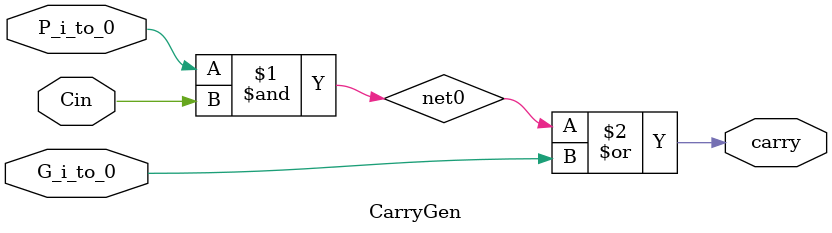
<source format=v>
`timescale 1ns / 1ps
module CarryGen(
		input G_i_to_0,
		input P_i_to_0,
		input Cin,
		output carry
    );

wire net0;
and #1 (net0,P_i_to_0,Cin);
or #1 (carry,net0,G_i_to_0);

endmodule

</source>
